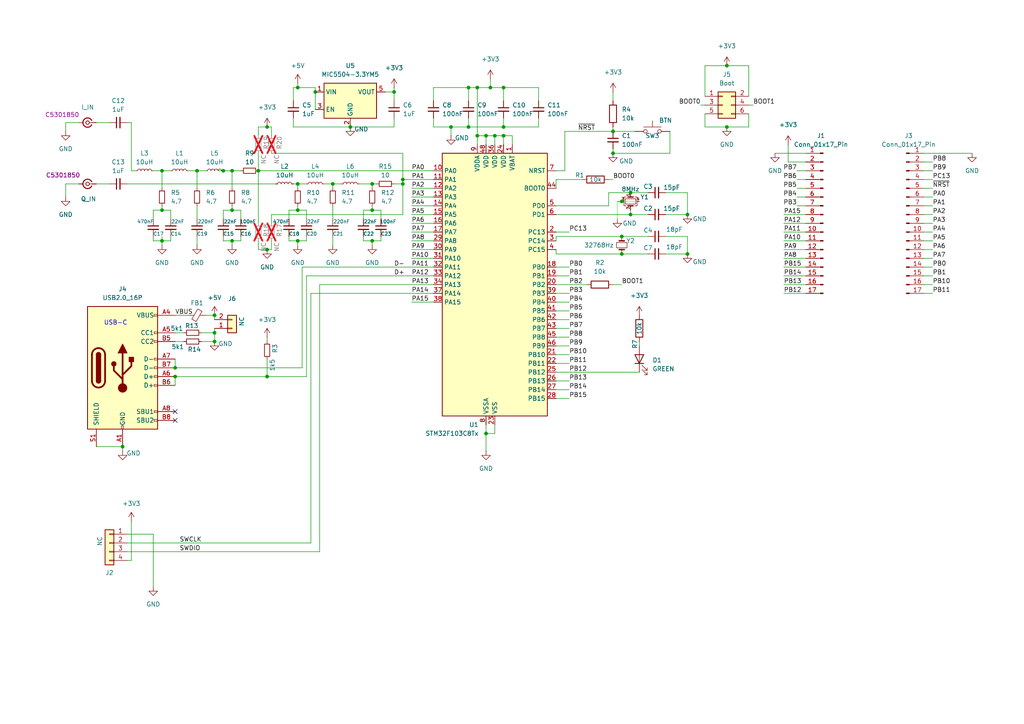
<source format=kicad_sch>
(kicad_sch (version 20250114) (generator "eeschema") (generator_version "9.0")
  (paper "A4")
  (text "USB-C" (at 33.528 93.726 0) (effects (font (size 1.27 1.27))))
  (junction (at 62.23 99.06))
  (junction (at 86.36 69.85))
  (junction (at 77.47 109.22))
  (junction (at 86.36 53.34))
  (junction (at 116.84 52.07))
  (junction (at 116.84 53.34))
  (junction (at 210.82 36.83))
  (junction (at 96.52 53.34))
  (junction (at 180.34 73.66))
  (junction (at 50.8 109.22))
  (junction (at 143.51 39.37))
  (junction (at 67.31 49.53))
  (junction (at 101.6 36.83))
  (junction (at 107.95 69.85))
  (junction (at 146.05 25.4))
  (junction (at 74.93 49.53))
  (junction (at 35.56 129.54))
  (junction (at 64.77 49.53))
  (junction (at 138.43 39.37))
  (junction (at 135.89 25.4))
  (junction (at 114.3 26.67))
  (junction (at 86.36 60.96))
  (junction (at 130.81 36.83))
  (junction (at 50.8 106.68))
  (junction (at 46.99 49.53))
  (junction (at 107.95 53.34))
  (junction (at 46.99 60.96))
  (junction (at 138.43 25.4))
  (junction (at 67.31 69.85))
  (junction (at 91.44 26.67))
  (junction (at 146.05 36.83))
  (junction (at 135.89 36.83))
  (junction (at 142.24 25.4))
  (junction (at 86.36 25.4))
  (junction (at 180.34 58.42))
  (junction (at 46.99 69.85))
  (junction (at 62.23 91.44))
  (junction (at 62.23 96.52))
  (junction (at 140.97 39.37))
  (junction (at 67.31 60.96))
  (junction (at 77.47 72.39))
  (junction (at 77.47 36.83))
  (junction (at 146.05 39.37))
  (junction (at 177.8 38.1))
  (junction (at 199.39 73.66))
  (junction (at 107.95 60.96))
  (junction (at 199.39 62.23))
  (junction (at 57.15 49.53))
  (junction (at 177.8 44.45))
  (junction (at 140.97 125.73))
  (junction (at 180.34 68.58))
  (junction (at 182.88 55.88))
  (junction (at 210.82 19.05))
  (junction (at 182.88 62.23))
  (no_connect (at 50.8 119.38))
  (no_connect (at 50.8 121.92))
  (wire (pts (xy 78.74 72.39) (xy 78.74 69.85)))
  (wire (pts (xy 267.97 80.01) (xy 270.51 80.01)))
  (wire (pts (xy 203.2 30.48) (xy 204.47 30.48)))
  (wire (pts (xy 77.47 72.39) (xy 78.74 72.39)))
  (wire (pts (xy 138.43 25.4) (xy 135.89 25.4)))
  (wire (pts (xy 31.75 53.34) (xy 27.94 53.34)))
  (wire (pts (xy 119.38 72.39) (xy 125.73 72.39)))
  (wire (pts (xy 176.53 52.07) (xy 177.8 52.07)))
  (wire (pts (xy 58.42 99.06) (xy 62.23 99.06)))
  (wire (pts (xy 217.17 19.05) (xy 210.82 19.05)))
  (wire (pts (xy 78.74 39.37) (xy 78.74 36.83)))
  (wire (pts (xy 86.36 24.13) (xy 86.36 25.4)))
  (wire (pts (xy 233.68 52.07) (xy 231.14 52.07)))
  (wire (pts (xy 58.42 96.52) (xy 62.23 96.52)))
  (wire (pts (xy 114.3 36.83) (xy 101.6 36.83)))
  (wire (pts (xy 267.97 72.39) (xy 270.51 72.39)))
  (wire (pts (xy 267.97 67.31) (xy 270.51 67.31)))
  (wire (pts (xy 267.97 46.99) (xy 270.51 46.99)))
  (wire (pts (xy 86.36 53.34) (xy 86.36 54.61)))
  (wire (pts (xy 83.82 69.85) (xy 83.82 68.58)))
  (wire (pts (xy 233.68 49.53) (xy 231.14 49.53)))
  (wire (pts (xy 69.85 69.85) (xy 69.85 68.58)))
  (wire (pts (xy 193.04 62.23) (xy 199.39 62.23)))
  (wire (pts (xy 46.99 69.85) (xy 46.99 71.12)))
  (wire (pts (xy 182.88 62.23) (xy 182.88 60.96)))
  (wire (pts (xy 161.29 90.17) (xy 165.1 90.17)))
  (wire (pts (xy 116.84 52.07) (xy 125.73 52.07)))
  (wire (pts (xy 180.34 58.42) (xy 185.42 58.42)) (stroke (width 0) (color 54 255 62 0.36)))
  (wire (pts (xy 227.33 64.77) (xy 233.68 64.77)))
  (wire (pts (xy 36.83 157.48) (xy 90.17 157.48)))
  (wire (pts (xy 74.93 39.37) (xy 74.93 36.83)))
  (wire (pts (xy 36.83 35.56) (xy 38.1 35.56)))
  (wire (pts (xy 63.5 49.53) (xy 64.77 49.53)))
  (wire (pts (xy 36.83 154.94) (xy 44.45 154.94)))
  (wire (pts (xy 180.34 73.66) (xy 187.96 73.66)))
  (wire (pts (xy 46.99 68.58) (xy 46.99 69.85)))
  (wire (pts (xy 116.84 53.34) (xy 114.3 53.34)))
  (wire (pts (xy 36.83 162.56) (xy 38.1 162.56)))
  (wire (pts (xy 86.36 60.96) (xy 88.9 60.96)))
  (wire (pts (xy 119.38 59.69) (xy 125.73 59.69)))
  (wire (pts (xy 74.93 44.45) (xy 74.93 49.53)))
  (wire (pts (xy 83.82 69.85) (xy 86.36 69.85)))
  (wire (pts (xy 143.51 125.73) (xy 143.51 123.19)))
  (wire (pts (xy 74.93 36.83) (xy 77.47 36.83)))
  (wire (pts (xy 83.82 60.96) (xy 83.82 63.5)))
  (wire (pts (xy 224.79 44.45) (xy 233.68 44.45)))
  (wire (pts (xy 161.29 113.03) (xy 165.1 113.03)))
  (wire (pts (xy 105.41 69.85) (xy 105.41 68.58)))
  (wire (pts (xy 267.97 64.77) (xy 270.51 64.77)))
  (wire (pts (xy 62.23 91.44) (xy 62.23 92.71)))
  (wire (pts (xy 140.97 130.81) (xy 140.97 125.73)))
  (wire (pts (xy 204.47 33.02) (xy 204.47 36.83)))
  (wire (pts (xy 125.73 29.21) (xy 125.73 25.4)))
  (wire (pts (xy 227.33 80.01) (xy 233.68 80.01)))
  (wire (pts (xy 140.97 123.19) (xy 140.97 125.73)))
  (wire (pts (xy 130.81 36.83) (xy 130.81 39.37)))
  (wire (pts (xy 161.29 100.33) (xy 165.1 100.33)))
  (wire (pts (xy 87.63 77.47) (xy 125.73 77.47)))
  (wire (pts (xy 64.77 63.5) (xy 64.77 60.96)))
  (wire (pts (xy 267.97 62.23) (xy 270.51 62.23)))
  (wire (pts (xy 143.51 39.37) (xy 140.97 39.37)))
  (wire (pts (xy 119.38 69.85) (xy 125.73 69.85)))
  (wire (pts (xy 148.59 41.91) (xy 148.59 39.37)))
  (wire (pts (xy 67.31 49.53) (xy 67.31 54.61)))
  (wire (pts (xy 50.8 109.22) (xy 50.8 111.76)))
  (wire (pts (xy 74.93 72.39) (xy 77.47 72.39)))
  (wire (pts (xy 125.73 34.29) (xy 125.73 36.83)))
  (wire (pts (xy 161.29 82.55) (xy 170.18 82.55)))
  (wire (pts (xy 119.38 87.63) (xy 125.73 87.63)))
  (wire (pts (xy 146.05 36.83) (xy 146.05 34.29)))
  (wire (pts (xy 179.07 58.42) (xy 180.34 58.42)) (stroke (width 0) (color 54 255 62 0.36)))
  (wire (pts (xy 179.07 58.42) (xy 180.34 58.42)))
  (wire (pts (xy 156.21 25.4) (xy 146.05 25.4)))
  (wire (pts (xy 86.36 53.34) (xy 88.9 53.34)))
  (wire (pts (xy 85.09 36.83) (xy 101.6 36.83)))
  (wire (pts (xy 88.9 109.22) (xy 88.9 80.01)))
  (wire (pts (xy 44.45 69.85) (xy 46.99 69.85)))
  (wire (pts (xy 85.09 34.29) (xy 85.09 36.83)))
  (wire (pts (xy 182.88 62.23) (xy 187.96 62.23)))
  (wire (pts (xy 233.68 54.61) (xy 231.14 54.61)))
  (wire (pts (xy 193.04 68.58) (xy 199.39 68.58)))
  (wire (pts (xy 105.41 60.96) (xy 107.95 60.96)))
  (wire (pts (xy 204.47 36.83) (xy 210.82 36.83)))
  (wire (pts (xy 161.29 73.66) (xy 180.34 73.66)))
  (wire (pts (xy 83.82 60.96) (xy 86.36 60.96)))
  (wire (pts (xy 69.85 63.5) (xy 69.85 60.96)))
  (wire (pts (xy 46.99 60.96) (xy 49.53 60.96)))
  (wire (pts (xy 210.82 36.83) (xy 217.17 36.83)))
  (wire (pts (xy 107.95 71.12) (xy 107.95 69.85)))
  (wire (pts (xy 77.47 97.79) (xy 77.47 99.06)))
  (wire (pts (xy 231.14 59.69) (xy 233.68 59.69)))
  (wire (pts (xy 87.63 106.68) (xy 87.63 77.47)))
  (wire (pts (xy 187.96 68.58) (xy 180.34 68.58)))
  (wire (pts (xy 140.97 41.91) (xy 140.97 39.37)))
  (wire (pts (xy 227.33 85.09) (xy 233.68 85.09)))
  (wire (pts (xy 44.45 69.85) (xy 44.45 68.58)))
  (wire (pts (xy 96.52 53.34) (xy 99.06 53.34)))
  (wire (pts (xy 227.33 82.55) (xy 233.68 82.55)))
  (wire (pts (xy 163.83 49.53) (xy 161.29 49.53)))
  (wire (pts (xy 161.29 52.07) (xy 161.29 54.61)))
  (wire (pts (xy 67.31 69.85) (xy 69.85 69.85)))
  (wire (pts (xy 86.36 25.4) (xy 91.44 25.4)))
  (wire (pts (xy 161.29 68.58) (xy 180.34 68.58)))
  (wire (pts (xy 142.24 25.4) (xy 138.43 25.4)))
  (wire (pts (xy 182.88 55.88) (xy 187.96 55.88)))
  (wire (pts (xy 46.99 69.85) (xy 49.53 69.85)))
  (wire (pts (xy 92.71 82.55) (xy 125.73 82.55)))
  (wire (pts (xy 267.97 85.09) (xy 270.51 85.09)))
  (wire (pts (xy 228.6 46.99) (xy 233.68 46.99)))
  (wire (pts (xy 177.8 26.67) (xy 177.8 29.21)))
  (wire (pts (xy 50.8 104.14) (xy 50.8 106.68)))
  (wire (pts (xy 67.31 69.85) (xy 64.77 69.85)))
  (wire (pts (xy 161.29 95.25) (xy 165.1 95.25)))
  (wire (pts (xy 161.29 107.95) (xy 185.42 107.95)))
  (wire (pts (xy 96.52 59.69) (xy 96.52 63.5)))
  (wire (pts (xy 227.33 77.47) (xy 233.68 77.47)))
  (wire (pts (xy 67.31 71.12) (xy 67.31 69.85)))
  (wire (pts (xy 185.42 100.33) (xy 185.42 99.06)))
  (wire (pts (xy 50.8 109.22) (xy 77.47 109.22)))
  (wire (pts (xy 57.15 59.69) (xy 57.15 63.5)))
  (wire (pts (xy 138.43 41.91) (xy 138.43 39.37)))
  (wire (pts (xy 77.47 104.14) (xy 77.47 109.22)))
  (wire (pts (xy 146.05 41.91) (xy 146.05 39.37)))
  (wire (pts (xy 119.38 67.31) (xy 125.73 67.31)))
  (wire (pts (xy 210.82 19.05) (xy 204.47 19.05)))
  (wire (pts (xy 116.84 52.07) (xy 116.84 53.34)))
  (wire (pts (xy 199.39 68.58) (xy 199.39 73.66)))
  (wire (pts (xy 57.15 49.53) (xy 59.69 49.53)))
  (wire (pts (xy 44.45 154.94) (xy 44.45 170.18)))
  (wire (pts (xy 161.29 87.63) (xy 165.1 87.63)))
  (wire (pts (xy 184.15 38.1) (xy 177.8 38.1)))
  (wire (pts (xy 85.09 25.4) (xy 86.36 25.4)))
  (wire (pts (xy 67.31 49.53) (xy 69.85 49.53)))
  (wire (pts (xy 193.04 73.66) (xy 199.39 73.66)))
  (wire (pts (xy 199.39 55.88) (xy 199.39 62.23)))
  (wire (pts (xy 74.93 49.53) (xy 125.73 49.53)))
  (wire (pts (xy 177.8 43.18) (xy 177.8 44.45)))
  (wire (pts (xy 57.15 68.58) (xy 57.15 71.12)))
  (wire (pts (xy 146.05 39.37) (xy 143.51 39.37)))
  (wire (pts (xy 86.36 69.85) (xy 88.9 69.85)))
  (wire (pts (xy 227.33 74.93) (xy 233.68 74.93)))
  (wire (pts (xy 104.14 53.34) (xy 107.95 53.34)))
  (wire (pts (xy 92.71 160.02) (xy 92.71 82.55)))
  (wire (pts (xy 125.73 25.4) (xy 135.89 25.4)))
  (wire (pts (xy 44.45 60.96) (xy 44.45 63.5)))
  (wire (pts (xy 88.9 60.96) (xy 88.9 63.5)))
  (wire (pts (xy 107.95 59.69) (xy 107.95 60.96)))
  (wire (pts (xy 90.17 85.09) (xy 125.73 85.09)))
  (wire (pts (xy 77.47 109.22) (xy 88.9 109.22)))
  (wire (pts (xy 67.31 59.69) (xy 67.31 60.96)))
  (wire (pts (xy 267.97 49.53) (xy 270.51 49.53)))
  (wire (pts (xy 165.1 115.57) (xy 161.29 115.57)))
  (wire (pts (xy 161.29 77.47) (xy 165.1 77.47)))
  (wire (pts (xy 161.29 92.71) (xy 165.1 92.71)))
  (wire (pts (xy 19.05 38.1) (xy 19.05 35.56)))
  (wire (pts (xy 46.99 59.69) (xy 46.99 60.96)))
  (wire (pts (xy 93.98 53.34) (xy 96.52 53.34)))
  (wire (pts (xy 161.29 102.87) (xy 165.1 102.87)))
  (wire (pts (xy 96.52 68.58) (xy 96.52 71.12)))
  (wire (pts (xy 31.75 35.56) (xy 27.94 35.56)))
  (wire (pts (xy 177.8 38.1) (xy 177.8 36.83)))
  (wire (pts (xy 44.45 60.96) (xy 46.99 60.96)))
  (wire (pts (xy 78.74 62.23) (xy 116.84 62.23)))
  (wire (pts (xy 107.95 53.34) (xy 107.95 54.61)))
  (wire (pts (xy 140.97 125.73) (xy 143.51 125.73)))
  (wire (pts (xy 114.3 34.29) (xy 114.3 36.83)))
  (wire (pts (xy 119.38 62.23) (xy 125.73 62.23)))
  (wire (pts (xy 110.49 63.5) (xy 110.49 60.96)))
  (wire (pts (xy 46.99 49.53) (xy 46.99 54.61)))
  (wire (pts (xy 50.8 91.44) (xy 54.61 91.44)))
  (wire (pts (xy 107.95 69.85) (xy 105.41 69.85)))
  (wire (pts (xy 179.07 58.42) (xy 179.07 63.5)) (stroke (width 0) (color 54 255 62 0.36)))
  (wire (pts (xy 161.29 105.41) (xy 165.1 105.41)))
  (wire (pts (xy 74.93 49.53) (xy 74.93 64.77)))
  (wire (pts (xy 107.95 69.85) (xy 110.49 69.85)))
  (wire (pts (xy 161.29 97.79) (xy 165.1 97.79)))
  (wire (pts (xy 161.29 52.07) (xy 168.91 52.07)))
  (wire (pts (xy 85.09 29.21) (xy 85.09 25.4)))
  (wire (pts (xy 46.99 49.53) (xy 49.53 49.53)))
  (wire (pts (xy 138.43 39.37) (xy 138.43 25.4)))
  (wire (pts (xy 227.33 67.31) (xy 233.68 67.31)))
  (wire (pts (xy 36.83 160.02) (xy 92.71 160.02)))
  (wire (pts (xy 156.21 29.21) (xy 156.21 25.4)))
  (wire (pts (xy 199.39 55.88) (xy 193.04 55.88)))
  (wire (pts (xy 267.97 77.47) (xy 270.51 77.47)))
  (wire (pts (xy 176.53 55.88) (xy 176.53 59.69)))
  (wire (pts (xy 233.68 57.15) (xy 231.14 57.15)))
  (wire (pts (xy 96.52 53.34) (xy 96.52 54.61)))
  (wire (pts (xy 50.8 96.52) (xy 53.34 96.52)))
  (wire (pts (xy 119.38 57.15) (xy 125.73 57.15)))
  (wire (pts (xy 69.85 60.96) (xy 67.31 60.96)))
  (wire (pts (xy 161.29 68.58) (xy 161.29 69.85)))
  (wire (pts (xy 135.89 36.83) (xy 146.05 36.83)))
  (wire (pts (xy 38.1 35.56) (xy 38.1 49.53)))
  (wire (pts (xy 227.33 69.85) (xy 233.68 69.85)))
  (wire (pts (xy 267.97 74.93) (xy 270.51 74.93)))
  (wire (pts (xy 49.53 60.96) (xy 49.53 63.5)))
  (wire (pts (xy 88.9 68.58) (xy 88.9 69.85)))
  (wire (pts (xy 62.23 95.25) (xy 62.23 96.52)))
  (wire (pts (xy 27.94 129.54) (xy 35.56 129.54)))
  (wire (pts (xy 105.41 63.5) (xy 105.41 60.96)))
  (wire (pts (xy 161.29 67.31) (xy 165.1 67.31)))
  (wire (pts (xy 91.44 25.4) (xy 91.44 26.67)))
  (wire (pts (xy 267.97 57.15) (xy 270.51 57.15)))
  (wire (pts (xy 156.21 36.83) (xy 156.21 34.29)))
  (wire (pts (xy 114.3 25.4) (xy 114.3 26.67)))
  (wire (pts (xy 116.84 62.23) (xy 116.84 53.34)))
  (wire (pts (xy 91.44 26.67) (xy 91.44 31.75)))
  (wire (pts (xy 161.29 110.49) (xy 165.1 110.49)))
  (wire (pts (xy 148.59 39.37) (xy 146.05 39.37)))
  (wire (pts (xy 50.8 106.68) (xy 87.63 106.68)))
  (wire (pts (xy 194.31 44.45) (xy 177.8 44.45)))
  (wire (pts (xy 88.9 80.01) (xy 125.73 80.01)))
  (wire (pts (xy 19.05 57.15) (xy 19.05 53.34)))
  (wire (pts (xy 86.36 59.69) (xy 86.36 60.96)))
  (wire (pts (xy 267.97 52.07) (xy 270.51 52.07)))
  (wire (pts (xy 64.77 49.53) (xy 67.31 49.53)))
  (wire (pts (xy 135.89 29.21) (xy 135.89 25.4)))
  (wire (pts (xy 267.97 82.55) (xy 270.51 82.55)))
  (wire (pts (xy 135.89 36.83) (xy 135.89 34.29)))
  (wire (pts (xy 140.97 39.37) (xy 138.43 39.37)))
  (wire (pts (xy 38.1 162.56) (xy 38.1 151.13)))
  (wire (pts (xy 267.97 44.45) (xy 281.94 44.45)))
  (wire (pts (xy 116.84 44.45) (xy 116.84 52.07)))
  (wire (pts (xy 86.36 71.12) (xy 86.36 69.85)))
  (wire (pts (xy 130.81 36.83) (xy 135.89 36.83)))
  (wire (pts (xy 110.49 60.96) (xy 107.95 60.96)))
  (wire (pts (xy 59.69 91.44) (xy 62.23 91.44)))
  (wire (pts (xy 125.73 36.83) (xy 130.81 36.83)))
  (wire (pts (xy 50.8 99.06) (xy 53.34 99.06)))
  (wire (pts (xy 107.95 53.34) (xy 109.22 53.34)))
  (wire (pts (xy 146.05 25.4) (xy 142.24 25.4)))
  (wire (pts (xy 161.29 85.09) (xy 165.1 85.09)))
  (wire (pts (xy 267.97 54.61) (xy 270.51 54.61)))
  (wire (pts (xy 119.38 64.77) (xy 125.73 64.77)))
  (wire (pts (xy 35.56 129.54) (xy 35.56 130.81)))
  (wire (pts (xy 142.24 22.86) (xy 142.24 25.4)))
  (wire (pts (xy 267.97 59.69) (xy 270.51 59.69)))
  (wire (pts (xy 64.77 69.85) (xy 64.77 68.58)))
  (wire (pts (xy 111.76 26.67) (xy 114.3 26.67)))
  (wire (pts (xy 176.53 55.88) (xy 182.88 55.88)))
  (wire (pts (xy 161.29 73.66) (xy 161.29 72.39)))
  (wire (pts (xy 217.17 30.48) (xy 218.44 30.48)))
  (wire (pts (xy 78.74 36.83) (xy 77.47 36.83)))
  (wire (pts (xy 114.3 29.21) (xy 114.3 26.67)))
  (wire (pts (xy 161.29 80.01) (xy 165.1 80.01)))
  (wire (pts (xy 36.83 53.34) (xy 80.01 53.34)))
  (wire (pts (xy 44.45 49.53) (xy 46.99 49.53)))
  (wire (pts (xy 49.53 68.58) (xy 49.53 69.85)))
  (wire (pts (xy 38.1 49.53) (xy 39.37 49.53)))
  (wire (pts (xy 78.74 44.45) (xy 116.84 44.45)))
  (wire (pts (xy 62.23 96.52) (xy 62.23 99.06)))
  (wire (pts (xy 90.17 157.48) (xy 90.17 85.09)))
  (wire (pts (xy 19.05 35.56) (xy 22.86 35.56)))
  (wire (pts (xy 217.17 36.83) (xy 217.17 33.02)))
  (wire (pts (xy 227.33 72.39) (xy 233.68 72.39)))
  (wire (pts (xy 143.51 41.91) (xy 143.51 39.37)))
  (wire (pts (xy 146.05 25.4) (xy 146.05 29.21)))
  (wire (pts (xy 204.47 19.05) (xy 204.47 27.94)))
  (wire (pts (xy 78.74 64.77) (xy 78.74 62.23)))
  (wire (pts (xy 217.17 27.94) (xy 217.17 19.05)))
  (wire (pts (xy 146.05 36.83) (xy 156.21 36.83)))
  (wire (pts (xy 227.33 62.23) (xy 233.68 62.23)))
  (wire (pts (xy 161.29 59.69) (xy 176.53 59.69)))
  (wire (pts (xy 110.49 69.85) (xy 110.49 68.58)))
  (wire (pts (xy 163.83 38.1) (xy 177.8 38.1)))
  (wire (pts (xy 119.38 74.93) (xy 125.73 74.93)))
  (wire (pts (xy 177.8 82.55) (xy 180.34 82.55)))
  (wire (pts (xy 64.77 60.96) (xy 67.31 60.96)))
  (wire (pts (xy 74.93 69.85) (xy 74.93 72.39)))
  (wire (pts (xy 163.83 38.1) (xy 163.83 49.53)))
  (wire (pts (xy 85.09 53.34) (xy 86.36 53.34)))
  (wire (pts (xy 161.29 62.23) (xy 182.88 62.23)))
  (wire (pts (xy 57.15 49.53) (xy 57.15 54.61)))
  (wire (pts (xy 267.97 69.85) (xy 270.51 69.85)))
  (wire (pts (xy 194.31 38.1) (xy 194.31 44.45)))
  (wire (pts (xy 228.6 46.99) (xy 228.6 41.91)))
  (wire (pts (xy 19.05 53.34) (xy 22.86 53.34)))
  (wire (pts (xy 119.38 54.61) (xy 125.73 54.61)))
  (wire (pts (xy 54.61 49.53) (xy 57.15 49.53)))
  (label "PB9" (at 165.1 100.33 0))
  (label "PC13" (at 165.1 67.31 0))
  (label "PB0" (at 165.1 77.47 0))
  (label "PA11" (at 119.38 77.47 0))
  (label "PA12" (at 227.33 64.77 0))
  (label "PB6" (at 165.1 92.71 0))
  (label "PA8" (at 227.33 74.93 0))
  (label "PB8" (at 270.51 46.99 0))
  (label "PA15" (at 119.38 87.63 0))
  (label "PB8" (at 165.1 97.79 0))
  (label "PA10" (at 119.38 74.93 0))
  (label "~{NRST}" (at 167.64 38.1 0))
  (label "PB0" (at 270.51 77.47 0))
  (label "VBUS" (at 50.8 91.44 0))
  (label "PB12" (at 227.33 85.09 0))
  (label "D+" (at 114.3 80.01 0))
  (label "PA10" (at 227.33 69.85 0))
  (label "PA5" (at 270.51 69.85 0))
  (label "PB15" (at 165.1 115.57 0))
  (label "~{NRST}" (at 270.51 54.61 0))
  (label "BOOT0" (at 177.8 52.07 0))
  (label "BOOT1" (at 180.34 82.55 0))
  (label "PA0" (at 270.51 57.15 0))
  (label "PA2" (at 119.38 54.61 0))
  (label "PA8" (at 119.38 69.85 0))
  (label "PA1" (at 270.51 59.69 0))
  (label "PB14" (at 165.1 113.03 0))
  (label "PA7" (at 270.51 74.93 0))
  (label "PA3" (at 270.51 64.77 0))
  (label "PA4" (at 119.38 59.69 0))
  (label "D-" (at 114.3 77.47 0))
  (label "PB2" (at 165.1 82.55 0))
  (label "PA12" (at 119.38 80.01 0))
  (label "PB11" (at 165.1 105.41 0))
  (label "PB5" (at 165.1 90.17 0))
  (label "PB4" (at 165.1 87.63 0))
  (label "PB1" (at 270.51 80.01 0))
  (label "PB12" (at 165.1 107.95 0))
  (label "PB10" (at 165.1 102.87 0))
  (label "PB13" (at 165.1 110.49 0))
  (label "BOOT0" (at 203.2 30.48 180))
  (label "PB1" (at 165.1 80.01 0))
  (label "PA2" (at 270.51 62.23 0))
  (label "PA9" (at 227.33 72.39 0))
  (label "PB13" (at 227.33 82.55 0))
  (label "PB15" (at 227.33 77.47 0))
  (label "PA6" (at 119.38 64.77 0))
  (label "SWCLK" (at 52.07 157.48 0))
  (label "PB11" (at 270.51 85.09 0))
  (label "PB3" (at 231.14 59.69 180))
  (label "PA11" (at 227.33 67.31 0))
  (label "PA4" (at 270.51 67.31 0))
  (label "PA7" (at 119.38 67.31 0))
  (label "PB6" (at 231.14 52.07 180))
  (label "PA5" (at 119.38 62.23 0))
  (label "PA15" (at 227.33 62.23 0))
  (label "PB7" (at 165.1 95.25 0))
  (label "PA9" (at 119.38 72.39 0))
  (label "PB3" (at 165.1 85.09 0))
  (label "PB10" (at 270.51 82.55 0))
  (label "PB9" (at 270.51 49.53 0))
  (label "PA0" (at 119.38 49.53 0))
  (label "PB4" (at 231.14 57.15 180))
  (label "PA13" (at 119.38 82.55 0))
  (label "SWDIO" (at 52.07 160.02 0))
  (label "PB5" (at 231.14 54.61 180))
  (label "PB14" (at 227.33 80.01 0))
  (label "PA6" (at 270.51 72.39 0))
  (label "PA3" (at 119.38 57.15 0))
  (label "BOOT1" (at 218.44 30.48 0))
  (label "PA14" (at 119.38 85.09 0))
  (label "PA1" (at 119.38 52.07 0))
  (label "PC13" (at 270.51 52.07 0))
  (label "PB7" (at 231.14 49.53 180))
  (symbol (lib_id "Connector:Conn_Coaxial_Small") (at 25.4 35.56 180) (unit 1)
    (property "Reference" "J20" (effects (hide yes)))
    (property "Value" "I_IN" (at 25.418 31.11 0))
    (property "Footprint" "Connector_Coaxial:SMA_Samtec_SMA-J-P-H-ST-EM1_EdgeMount" (effects (hide yes)))
    (property "Description" "small coaxial connector (BNC, SMA, SMB, SMC, Cinch/RCA, LEMO, ...)" (effects (hide yes)))
    (property "LCSC" "C5301850" (at 18.034 33.274 0))
  )
  (symbol (lib_id "Connector:Conn_Coaxial_Small") (at 25.4 53.34 180) (unit 1)
    (property "Reference" "J21" (effects (hide yes)))
    (property "Value" "Q_IN" (at 25.672 57.714 0))
    (property "Footprint" "Connector_Coaxial:SMA_Samtec_SMA-J-P-H-ST-EM1_EdgeMount" (effects (hide yes)))
    (property "Description" "small coaxial connector (BNC, SMA, SMB, SMC, Cinch/RCA, LEMO, ...)" (effects (hide yes)))
    (property "LCSC" "C5301850" (at 18.288 50.8 0))
  )
  (symbol (lib_id "Device:C_Small") (at 96.52 66.04 0) (unit 1)
    (property "Reference" "C21" (at 98.044 67.818 0) (effects (font (size 1 1))))
    (property "Value" "220nF" (at 99.06 64.262 0) (effects (font (size 1 1))))
    (property "Footprint" "Capacitor_SMD:C_0402_1005Metric" (effects (hide yes)))
    (property "Description" "Unpolarized capacitor, small symbol" (effects (hide yes)))
    (property "LCSC" "C16772" (effects (hide yes)))
  )
  (symbol (lib_id "Device:C_Small") (at 85.09 31.75 0) (unit 1)
    (property "Reference" "C5" (at 87.63 30.4862 0) (effects (justify left)))
    (property "Value" "1uF" (at 87.63 33.0262 0) (effects (justify left)))
    (property "Footprint" "Capacitor_SMD:C_0805_2012Metric" (effects (hide yes)))
    (property "LCSC" "C28323" (effects (hide yes)))
  )
  (symbol (lib_id "Device:R") (at 173.99 82.55 270) (unit 1)
    (property "Reference" "R2" (at 173.99 76.2 90))
    (property "Value" "10k" (at 173.99 78.74 90))
    (property "Footprint" "Resistor_SMD:R_0402_1005Metric" (effects (hide yes)))
    (property "Description" "Resistor" (effects (hide yes)))
    (property "LCSC" "C25744" (effects (hide yes)))
  )
  (symbol (lib_id "Connector:Conn_01x17_Pin") (at 238.76 64.77 0) (mirror y) (unit 1)
    (property "Reference" "J1" (at 238.125 39.37 0))
    (property "Value" "Conn_01x17_Pin" (at 238.125 41.91 0))
    (property "Footprint" "Connector_PinHeader_2.54mm:PinHeader_1x17_P2.54mm_Vertical" (effects (hide yes)))
    (property "Description" "Generic connector, single row, 01x17, script generated" (effects (hide yes)))
  )
  (symbol (lib_id "power:GND") (at 101.6 36.83 0) (unit 1)
    (property "Reference" "#PWR0127" (effects (hide yes)))
    (property "Value" "GND" (at 104.775 37.465 0))
  )
  (symbol (lib_id "power:+5V") (at 62.23 91.44 0) (unit 1)
    (property "Reference" "#PWR05" (effects (hide yes)))
    (property "Value" "+5V" (at 62.23 86.36 0))
    (property "Description" "Power symbol creates a global label with name \"+5V\"" (effects (hide yes)))
  )
  (symbol (lib_id "Device:C_Small") (at 190.5 55.88 90) (unit 1)
    (property "Reference" "C3" (at 187.96 54.102 90))
    (property "Value" "15pF" (at 194.818 54.356 90))
    (property "Footprint" "Capacitor_SMD:C_0402_1005Metric" (effects (hide yes)))
    (property "Description" "Unpolarized capacitor, small symbol" (effects (hide yes)))
    (property "LCSC" "C1548" (effects (hide yes)))
  )
  (symbol (lib_name "R_Small_1") (lib_id "Device:R_Small") (at 111.76 53.34 270) (unit 1)
    (property "Reference" "R15" (at 111.76 48.26 90))
    (property "Value" "10" (at 111.76 50.8 90))
    (property "Footprint" "Resistor_SMD:R_0603_1608Metric" (effects (hide yes)))
    (property "Description" "Resistor, small symbol" (effects (hide yes)))
    (property "LCSC" "C22859" (effects (hide yes)))
  )
  (symbol (lib_id "Device:L_Small") (at 62.23 49.53 90) (unit 1)
    (property "Reference" "L5" (at 62.23 44.45 90))
    (property "Value" "10uH" (at 62.23 46.99 90))
    (property "Footprint" "Inductor_SMD:L_0805_2012Metric" (effects (hide yes)))
    (property "Description" "Inductor, small symbol" (effects (hide yes)))
    (property "LCSC" "C1046" (effects (hide yes)))
  )
  (symbol (lib_id "power:+3V3") (at 185.42 91.44 0) (unit 1)
    (property "Reference" "#PWR023" (effects (hide yes)))
    (property "Value" "+3V3" (at 185.42 85.725 0))
  )
  (symbol (lib_id "Device:C_Small") (at 88.9 66.04 0) (unit 1)
    (property "Reference" "C20" (at 90.424 67.818 0) (effects (font (size 1 1))))
    (property "Value" "22nF" (at 90.932 64.262 0) (effects (font (size 1 1))))
    (property "Footprint" "Capacitor_SMD:C_0402_1005Metric" (effects (hide yes)))
    (property "Description" "Unpolarized capacitor, small symbol" (effects (hide yes)))
    (property "LCSC" "C1532" (effects (hide yes)))
  )
  (symbol (lib_id "power:GND") (at 107.95 71.12 0) (unit 1)
    (property "Reference" "#PWR028" (effects (hide yes)))
    (property "Value" "GND" (at 107.95 76.2 0))
    (property "Description" "Power symbol creates a global label with name \"GND\" , ground" (effects (hide yes)))
  )
  (symbol (lib_id "Regulator_Linear:MIC5504-3.3YM5") (at 101.6 29.21 0) (unit 1)
    (property "Reference" "U5" (at 101.6 19.05 0))
    (property "Value" "MIC5504-3.3YM5" (at 101.6 21.59 0))
    (property "Footprint" "Package_TO_SOT_SMD:SOT-23-5" (effects (hide yes)))
    (property "Datasheet" "http://ww1.microchip.com/downloads/en/DeviceDoc/MIC550X.pdf" (effects (hide yes)))
    (property "LCSC" "C3021093" (effects (hide yes)))
  )
  (symbol (lib_id "power:GND") (at 199.39 73.66 0) (unit 1)
    (property "Reference" "#PWR013" (effects (hide yes)))
    (property "Value" "GND" (at 202.946 75.946 0))
    (property "Description" "Power symbol creates a global label with name \"GND\" , ground" (effects (hide yes)))
  )
  (symbol (lib_id "Device:R_Small") (at 55.88 99.06 90) (unit 1)
    (property "Reference" "R14" (at 56.388 101.346 90))
    (property "Value" "5k1" (at 51.562 100.584 90))
    (property "Footprint" "Resistor_SMD:R_0402_1005Metric" (effects (hide yes)))
    (property "Description" "Resistor, small symbol" (effects (hide yes)))
    (property "LCSC" "C25905 " (effects (hide yes)))
  )
  (symbol (lib_id "power:GND") (at 130.81 39.37 0) (unit 1)
    (property "Reference" "#PWR021" (effects (hide yes)))
    (property "Value" "GND" (at 133.985 40.005 0))
  )
  (symbol (lib_name "R_Small_1") (lib_id "Device:R_Small") (at 107.95 57.15 180) (unit 1)
    (property "Reference" "R12" (at 110.49 55.8799 0) (effects (justify right)))
    (property "Value" "4.7" (at 110.49 58.4199 0) (effects (justify right)))
    (property "Footprint" "Resistor_SMD:R_0603_1608Metric" (effects (hide yes)))
    (property "Description" "Resistor, small symbol" (effects (hide yes)))
    (property "LCSC" "C23164" (effects (hide yes)))
  )
  (symbol (lib_id "MCU_ST_STM32F1:STM32F103C8Tx") (at 143.51 82.55 0) (mirror y) (unit 1)
    (property "Reference" "U1" (at 138.8267 123.19 0) (effects (justify left)))
    (property "Value" "STM32F103C8Tx" (at 138.8267 125.73 0) (effects (justify left)))
    (property "Footprint" "Package_QFP:LQFP-48_7x7mm_P0.5mm" (effects (hide yes)))
    (property "Datasheet" "https://www.st.com/resource/en/datasheet/stm32f103c8.pdf" (effects (hide yes)))
    (property "Description" "STMicroelectronics Arm Cortex-M3 MCU, 64KB flash, 20KB RAM, 72 MHz, 2.0-3.6V, 37 GPIO, LQFP48" (effects (hide yes)))
    (property "LCSC" "C8734" (effects (hide yes)))
  )
  (symbol (lib_id "power:GND") (at 46.99 71.12 0) (unit 1)
    (property "Reference" "#PWR019" (effects (hide yes)))
    (property "Value" "GND" (at 46.99 76.2 0))
    (property "Description" "Power symbol creates a global label with name \"GND\" , ground" (effects (hide yes)))
  )
  (symbol (lib_id "Connector_Generic:Conn_02x03_Odd_Even") (at 209.55 30.48 0) (unit 1)
    (property "Reference" "J5" (at 210.82 21.59 0))
    (property "Value" "Boot" (at 210.82 24.13 0))
    (property "Footprint" "Connector_PinHeader_2.54mm:PinHeader_2x03_P2.54mm_Vertical" (effects (hide yes)))
    (property "Description" "Generic connector, double row, 02x03, odd/even pin numbering scheme (row 1 odd numbers, row 2 even numbers), script generated (kicad-library-utils/schlib/autogen/connector/)" (effects (hide yes)))
  )
  (symbol (lib_id "Device:R") (at 185.42 95.25 0) (unit 1)
    (property "Reference" "R7" (at 184.15 99.822 90))
    (property "Value" "10k" (at 185.42 95.25 90))
    (property "Footprint" "Resistor_SMD:R_0402_1005Metric" (effects (hide yes)))
    (property "Description" "Resistor" (effects (hide yes)))
    (property "LCSC" "C25744" (effects (hide yes)))
  )
  (symbol (lib_name "R_Small_1") (lib_id "Device:R_Small") (at 86.36 57.15 180) (unit 1)
    (property "Reference" "R10" (at 88.9 55.8799 0) (effects (justify right)))
    (property "Value" "4.7" (at 88.9 58.4199 0) (effects (justify right)))
    (property "Footprint" "Resistor_SMD:R_0603_1608Metric" (effects (hide yes)))
    (property "Description" "Resistor, small symbol" (effects (hide yes)))
    (property "LCSC" "C23164" (effects (hide yes)))
  )
  (symbol (lib_id "Device:C_Small") (at 44.45 66.04 0) (unit 1)
    (property "Reference" "C17" (at 45.974 67.818 0) (effects (font (size 1 1))))
    (property "Value" "470nF" (at 42.164 64.262 0) (effects (font (size 1 1))))
    (property "Footprint" "Capacitor_SMD:C_0603_1608Metric" (effects (hide yes)))
    (property "Description" "Unpolarized capacitor, small symbol" (effects (hide yes)))
    (property "LCSC" "C1623" (effects (hide yes)))
  )
  (symbol (lib_id "power:GND") (at 19.05 38.1 0) (unit 1)
    (property "Reference" "#PWR010" (effects (hide yes)))
    (property "Value" "GND" (at 19.05 43.18 0))
    (property "Description" "Power symbol creates a global label with name \"GND\" , ground" (effects (hide yes)))
  )
  (symbol (lib_id "power:GND") (at 224.79 44.45 0) (unit 1)
    (property "Reference" "#PWR015" (effects (hide yes)))
    (property "Value" "GND" (at 224.79 49.53 0))
    (property "Description" "Power symbol creates a global label with name \"GND\" , ground" (effects (hide yes)))
  )
  (symbol (lib_id "Device:C_Small") (at 146.05 31.75 0) (unit 1)
    (property "Reference" "C10" (at 148.59 30.4862 0) (effects (justify left)))
    (property "Value" "100nF" (at 148.59 33.0262 0) (effects (justify left)))
    (property "Footprint" "Capacitor_SMD:C_0402_1005Metric" (effects (hide yes)))
    (property "Description" "Unpolarized capacitor, small symbol" (effects (hide yes)))
    (property "LCSC" "C307331" (effects (hide yes)))
  )
  (symbol (lib_id "Device:C_Small") (at 69.85 66.04 0) (unit 1)
    (property "Reference" "C16" (at 71.374 67.818 0) (effects (font (size 1 1))))
    (property "Value" "100nF" (at 71.882 64.262 0) (effects (font (size 1 1))))
    (property "Footprint" "Capacitor_SMD:C_0402_1005Metric" (effects (hide yes)))
    (property "Description" "Unpolarized capacitor, small symbol" (effects (hide yes)))
    (property "LCSC" "C307331" (effects (hide yes)))
  )
  (symbol (lib_id "power:+5V") (at 86.36 24.13 0) (unit 1)
    (property "Reference" "#PWR0122" (effects (hide yes)))
    (property "Value" "+5V" (at 86.36 19.05 0))
  )
  (symbol (lib_id "power:GND") (at 57.15 71.12 0) (unit 1)
    (property "Reference" "#PWR025" (effects (hide yes)))
    (property "Value" "GND" (at 57.15 76.2 0))
    (property "Description" "Power symbol creates a global label with name \"GND\" , ground" (effects (hide yes)))
  )
  (symbol (lib_id "power:+3V3") (at 38.1 151.13 0) (unit 1)
    (property "Reference" "#PWR03" (effects (hide yes)))
    (property "Value" "+3V3" (at 38.1 146.05 0))
    (property "Description" "Power symbol creates a global label with name \"+3V3\"" (effects (hide yes)))
  )
  (symbol (lib_id "power:GND") (at 19.05 57.15 0) (unit 1)
    (property "Reference" "#PWR09" (effects (hide yes)))
    (property "Value" "GND" (at 19.05 62.23 0))
    (property "Description" "Power symbol creates a global label with name \"GND\" , ground" (effects (hide yes)))
  )
  (symbol (lib_id "Device:C_Small") (at 190.5 62.23 90) (unit 1)
    (property "Reference" "C2" (at 187.96 60.452 90))
    (property "Value" "15pF" (at 194.818 60.452 90))
    (property "Footprint" "Capacitor_SMD:C_0402_1005Metric" (effects (hide yes)))
    (property "Description" "Unpolarized capacitor, small symbol" (effects (hide yes)))
    (property "LCSC" "C1548" (effects (hide yes)))
  )
  (symbol (lib_id "power:+3V3") (at 210.82 19.05 0) (unit 1)
    (property "Reference" "#PWR017" (effects (hide yes)))
    (property "Value" "+3V3" (at 210.82 13.335 0))
  )
  (symbol (lib_name "R_Small_1") (lib_id "Device:R_Small") (at 72.39 49.53 270) (unit 1)
    (property "Reference" "R9" (at 72.39 44.45 90))
    (property "Value" "10" (at 72.39 46.99 90))
    (property "Footprint" "Resistor_SMD:R_0603_1608Metric" (effects (hide yes)))
    (property "Description" "Resistor, small symbol" (effects (hide yes)))
    (property "LCSC" "C22859" (effects (hide yes)))
  )
  (symbol (lib_name "R_Small_1") (lib_id "Device:R_Small") (at 96.52 57.15 180) (unit 1)
    (property "Reference" "R11" (at 99.06 55.8799 0) (effects (justify right)))
    (property "Value" "4.7" (at 99.06 58.4199 0) (effects (justify right)))
    (property "Footprint" "Resistor_SMD:R_0603_1608Metric" (effects (hide yes)))
    (property "Description" "Resistor, small symbol" (effects (hide yes)))
    (property "LCSC" "C23164" (effects (hide yes)))
  )
  (symbol (lib_id "power:GND") (at 210.82 36.83 0) (unit 1)
    (property "Reference" "#PWR018" (effects (hide yes)))
    (property "Value" "GND" (at 210.82 41.91 0))
    (property "Description" "Power symbol creates a global label with name \"GND\" , ground" (effects (hide yes)))
  )
  (symbol (lib_id "power:GND") (at 199.39 62.23 0) (unit 1)
    (property "Reference" "#PWR012" (effects (hide yes)))
    (property "Value" "GND" (at 202.946 63.5 0))
    (property "Description" "Power symbol creates a global label with name \"GND\" , ground" (effects (hide yes)))
  )
  (symbol (lib_id "Device:L_Small") (at 82.55 53.34 90) (unit 1)
    (property "Reference" "L2" (at 82.55 48.26 90))
    (property "Value" "10uH" (at 82.55 50.8 90))
    (property "Footprint" "Inductor_SMD:L_0805_2012Metric" (effects (hide yes)))
    (property "Description" "Inductor, small symbol" (effects (hide yes)))
    (property "LCSC" "C1046" (effects (hide yes)))
  )
  (symbol (lib_id "Device:C_Small") (at 64.77 66.04 0) (unit 1)
    (property "Reference" "C15" (at 66.294 67.818 0) (effects (font (size 1 1))))
    (property "Value" "22nF" (at 66.802 64.262 0) (effects (font (size 1 1))))
    (property "Footprint" "Capacitor_SMD:C_0402_1005Metric" (effects (hide yes)))
    (property "Description" "Unpolarized capacitor, small symbol" (effects (hide yes)))
    (property "LCSC" "C1532" (effects (hide yes)))
  )
  (symbol (lib_id "Device:C_Small") (at 83.82 66.04 0) (unit 1)
    (property "Reference" "C18" (at 85.344 67.818 0) (effects (font (size 1 1))))
    (property "Value" "470nF" (at 81.534 64.262 0) (effects (font (size 1 1))))
    (property "Footprint" "Capacitor_SMD:C_0603_1608Metric" (effects (hide yes)))
    (property "Description" "Unpolarized capacitor, small symbol" (effects (hide yes)))
    (property "LCSC" "C1623" (effects (hide yes)))
  )
  (symbol (lib_id "power:GND") (at 140.97 130.81 0) (unit 1)
    (property "Reference" "#PWR01" (effects (hide yes)))
    (property "Value" "GND" (at 140.97 135.89 0))
    (property "Description" "Power symbol creates a global label with name \"GND\" , ground" (effects (hide yes)))
  )
  (symbol (lib_id "Connector_Generic:Conn_01x02") (at 67.31 95.25 0) (mirror x) (unit 1)
    (property "Reference" "J6" (at 67.31 86.614 0))
    (property "Value" "NC" (at 70.104 93.218 90))
    (property "Footprint" "Connector_PinHeader_2.54mm:PinHeader_1x02_P2.54mm_Vertical" (effects (hide yes)))
    (property "Description" "Generic connector, single row, 01x02, script generated (kicad-library-utils/schlib/autogen/connector/)" (effects (hide yes)))
  )
  (symbol (lib_name "R_Small_1") (lib_id "Device:R_Small") (at 46.99 57.15 180) (unit 1)
    (property "Reference" "R5" (at 49.53 55.8799 0) (effects (justify right)))
    (property "Value" "4.7" (at 49.53 58.4199 0) (effects (justify right)))
    (property "Footprint" "Resistor_SMD:R_0603_1608Metric" (effects (hide yes)))
    (property "Description" "Resistor, small symbol" (effects (hide yes)))
    (property "LCSC" "C23164" (effects (hide yes)))
  )
  (symbol (lib_id "Device:R_Small") (at 74.93 67.31 180) (unit 1) (dnp yes)
    (property "Reference" "R18" (at 77.216 66.802 90))
    (property "Value" "NC" (at 76.454 71.628 90))
    (property "Footprint" "Resistor_SMD:R_0402_1005Metric" (effects (hide yes)))
    (property "Description" "Resistor, small symbol" (effects (hide yes)))
    (property "LCSC" "C25867" (effects (hide yes)))
  )
  (symbol (lib_id "Device:L_Small") (at 91.44 53.34 90) (unit 1)
    (property "Reference" "L4" (at 91.44 48.26 90))
    (property "Value" "10uH" (at 91.44 50.8 90))
    (property "Footprint" "Inductor_SMD:L_0805_2012Metric" (effects (hide yes)))
    (property "Description" "Inductor, small symbol" (effects (hide yes)))
    (property "LCSC" "C1046" (effects (hide yes)))
  )
  (symbol (lib_id "Device:LED") (at 185.42 104.14 90) (unit 1)
    (property "Reference" "D1" (at 189.23 104.4574 90) (effects (justify right)))
    (property "Value" "GREEN" (at 189.23 106.9974 90) (effects (justify right)))
    (property "Footprint" "LED_SMD:LED_0805_2012Metric" (effects (hide yes)))
    (property "Description" "Light emitting diode" (effects (hide yes)))
    (property "Sim.Pins" "1=K 2=A" (effects (hide yes)))
    (property "LCSC" "C2297" (effects (hide yes)))
  )
  (symbol (lib_id "power:+3V3") (at 228.6 41.91 0) (unit 1)
    (property "Reference" "#PWR011" (effects (hide yes)))
    (property "Value" "+3V3" (at 228.6 36.195 0))
  )
  (symbol (lib_id "Device:R") (at 177.8 33.02 180) (unit 1)
    (property "Reference" "R4" (at 180.34 31.7499 0) (effects (justify right)))
    (property "Value" "10k" (at 180.34 34.2899 0) (effects (justify right)))
    (property "Footprint" "Resistor_SMD:R_0402_1005Metric" (effects (hide yes)))
    (property "Description" "Resistor" (effects (hide yes)))
    (property "LCSC" "C25744" (effects (hide yes)))
  )
  (symbol (lib_id "power:GND") (at 86.36 71.12 0) (unit 1)
    (property "Reference" "#PWR026" (effects (hide yes)))
    (property "Value" "GND" (at 86.36 76.2 0))
    (property "Description" "Power symbol creates a global label with name \"GND\" , ground" (effects (hide yes)))
  )
  (symbol (lib_id "Device:L_Small") (at 41.91 49.53 90) (unit 1)
    (property "Reference" "L3" (at 41.91 44.45 90))
    (property "Value" "10uH" (at 41.91 46.99 90))
    (property "Footprint" "Inductor_SMD:L_0805_2012Metric" (effects (hide yes)))
    (property "Description" "Inductor, small symbol" (effects (hide yes)))
    (property "LCSC" "C1046" (effects (hide yes)))
  )
  (symbol (lib_id "power:GND") (at 44.45 170.18 0) (unit 1)
    (property "Reference" "#PWR02" (effects (hide yes)))
    (property "Value" "GND" (at 44.45 175.26 0))
    (property "Description" "Power symbol creates a global label with name \"GND\" , ground" (effects (hide yes)))
  )
  (symbol (lib_id "power:+3V3") (at 77.47 97.79 0) (unit 1)
    (property "Reference" "#PWR014" (effects (hide yes)))
    (property "Value" "+3V3" (at 77.47 92.71 0))
    (property "Description" "Power symbol creates a global label with name \"+3V3\"" (effects (hide yes)))
  )
  (symbol (lib_id "power:GND") (at 77.47 72.39 0) (unit 1)
    (property "Reference" "#PWR029" (effects (hide yes)))
    (property "Value" "GND" (at 77.47 77.47 0))
    (property "Description" "Power symbol creates a global label with name \"GND\" , ground" (effects (hide yes)))
  )
  (symbol (lib_id "Device:R_Small") (at 74.93 41.91 180) (unit 1) (dnp yes)
    (property "Reference" "R19" (at 77.216 41.402 90))
    (property "Value" "NC" (at 76.454 46.228 90))
    (property "Footprint" "Resistor_SMD:R_0402_1005Metric" (effects (hide yes)))
    (property "Description" "Resistor, small symbol" (effects (hide yes)))
    (property "LCSC" "C25867" (effects (hide yes)))
  )
  (symbol (lib_id "Device:C_Small") (at 57.15 66.04 0) (unit 1)
    (property "Reference" "C19" (at 58.674 67.818 0) (effects (font (size 1 1))))
    (property "Value" "220nF" (at 59.69 64.262 0) (effects (font (size 1 1))))
    (property "Footprint" "Capacitor_SMD:C_0402_1005Metric" (effects (hide yes)))
    (property "Description" "Unpolarized capacitor, small symbol" (effects (hide yes)))
    (property "LCSC" "C16772" (effects (hide yes)))
  )
  (symbol (lib_id "Connector_Generic:Conn_01x04") (at 31.75 157.48 0) (mirror y) (unit 1)
    (property "Reference" "J2" (at 31.75 166.116 0))
    (property "Value" "NC" (at 28.956 156.972 90))
    (property "Footprint" "Connector_PinHeader_2.54mm:PinHeader_1x04_P2.54mm_Vertical" (effects (hide yes)))
    (property "Description" "Generic connector, single row, 01x04, script generated (kicad-library-utils/schlib/autogen/connector/)" (effects (hide yes)))
  )
  (symbol (lib_id "Device:R_Small") (at 78.74 67.31 180) (unit 1) (dnp yes)
    (property "Reference" "R17" (at 81.026 66.802 90))
    (property "Value" "NC" (at 80.264 71.628 90))
    (property "Footprint" "Resistor_SMD:R_0402_1005Metric" (effects (hide yes)))
    (property "Description" "Resistor, small symbol" (effects (hide yes)))
    (property "LCSC" "C25867" (effects (hide yes)))
  )
  (symbol (lib_id "Device:L_Small") (at 52.07 49.53 90) (unit 1)
    (property "Reference" "L1" (at 52.07 44.45 90))
    (property "Value" "10uH" (at 52.07 46.99 90))
    (property "Footprint" "Inductor_SMD:L_0805_2012Metric" (effects (hide yes)))
    (property "Description" "Inductor, small symbol" (effects (hide yes)))
    (property "LCSC" "C1046" (effects (hide yes)))
  )
  (symbol (lib_id "power:GND") (at 62.23 99.06 0) (unit 1)
    (property "Reference" "#PWR06" (effects (hide yes)))
    (property "Value" "GND" (at 65.405 99.695 0))
    (property "Description" "Power symbol creates a global label with name \"GND\" , ground" (effects (hide yes)))
  )
  (symbol (lib_id "Device:C_Small") (at 110.49 66.04 0) (unit 1)
    (property "Reference" "C23" (at 112.014 67.818 0) (effects (font (size 1 1))))
    (property "Value" "100nF" (at 112.522 64.262 0) (effects (font (size 1 1))))
    (property "Footprint" "Capacitor_SMD:C_0402_1005Metric" (effects (hide yes)))
    (property "Description" "Unpolarized capacitor, small symbol" (effects (hide yes)))
    (property "LCSC" "C307331" (effects (hide yes)))
  )
  (symbol (lib_id "Device:R_Small") (at 77.47 101.6 180) (unit 1)
    (property "Reference" "R3" (at 79.756 101.092 90))
    (property "Value" "1k5" (at 78.994 105.918 90))
    (property "Footprint" "Resistor_SMD:R_0402_1005Metric" (effects (hide yes)))
    (property "Description" "Resistor, small symbol" (effects (hide yes)))
    (property "LCSC" "C25867" (effects (hide yes)))
  )
  (symbol (lib_id "Device:C_Small") (at 177.8 40.64 0) (unit 1)
    (property "Reference" "C1" (at 180.34 39.3762 0) (effects (justify left)))
    (property "Value" "100nF" (at 180.34 41.9162 0) (effects (justify left)))
    (property "Footprint" "Capacitor_SMD:C_0402_1005Metric" (effects (hide yes)))
    (property "Description" "Unpolarized capacitor, small symbol" (effects (hide yes)))
    (property "LCSC" "C307331" (effects (hide yes)))
  )
  (symbol (lib_id "Device:R") (at 172.72 52.07 270) (unit 1)
    (property "Reference" "R1" (at 168.148 50.8 90))
    (property "Value" "10k" (at 172.72 52.07 90))
    (property "Footprint" "Resistor_SMD:R_0402_1005Metric" (effects (hide yes)))
    (property "Description" "Resistor" (effects (hide yes)))
    (property "LCSC" "C25744" (effects (hide yes)))
  )
  (symbol (lib_id "power:GND") (at 177.8 44.45 0) (unit 1)
    (property "Reference" "#PWR07" (effects (hide yes)))
    (property "Value" "GND" (at 181.61 46.736 0))
    (property "Description" "Power symbol creates a global label with name \"GND\" , ground" (effects (hide yes)))
  )
  (symbol (lib_id "power:GND") (at 67.31 71.12 0) (unit 1)
    (property "Reference" "#PWR024" (effects (hide yes)))
    (property "Value" "GND" (at 67.31 76.2 0))
    (property "Description" "Power symbol creates a global label with name \"GND\" , ground" (effects (hide yes)))
  )
  (symbol (lib_id "power:GND") (at 96.52 71.12 0) (unit 1)
    (property "Reference" "#PWR027" (effects (hide yes)))
    (property "Value" "GND" (at 96.52 76.2 0))
    (property "Description" "Power symbol creates a global label with name \"GND\" , ground" (effects (hide yes)))
  )
  (symbol (lib_id "Device:R_Small") (at 55.88 96.52 90) (unit 1)
    (property "Reference" "R13" (at 55.626 94.488 90))
    (property "Value" "5k1" (at 51.308 95.25 90))
    (property "Footprint" "Resistor_SMD:R_0402_1005Metric" (effects (hide yes)))
    (property "Description" "Resistor, small symbol" (effects (hide yes)))
    (property "LCSC" "C25905 " (effects (hide yes)))
  )
  (symbol (lib_id "power:GND") (at 35.56 130.81 0) (unit 1)
    (property "Reference" "#PWR04" (effects (hide yes)))
    (property "Value" "GND" (at 38.735 131.445 0))
    (property "Description" "Power symbol creates a global label with name \"GND\" , ground" (effects (hide yes)))
  )
  (symbol (lib_id "Connector:USB_C_Receptacle_USB2.0_16P") (at 35.56 106.68 0) (unit 1)
    (property "Reference" "J4" (at 35.56 83.82 0))
    (property "Value" "USB2.0_16P" (at 35.56 86.36 0))
    (property "Footprint" "Connector_USB:USB_C_Receptacle_HCTL_HC-TYPE-C-16P-01A" (effects (hide yes)))
    (property "Datasheet" "https://www.usb.org/sites/default/files/documents/usb_type-c.zip" (effects (hide yes)))
    (property "Description" "USB 2.0-only 16P Type-C Receptacle connector" (effects (hide yes)))
    (property "LCSC" "C2894897" (effects (hide yes)))
  )
  (symbol (lib_id "power:+3V3") (at 177.8 26.67 0) (unit 1)
    (property "Reference" "#PWR08" (effects (hide yes)))
    (property "Value" "+3V3" (at 177.8 20.955 0))
  )
  (symbol (lib_id "Device:C_Small") (at 135.89 31.75 0) (unit 1)
    (property "Reference" "C9" (at 138.43 30.4862 0) (effects (justify left)))
    (property "Value" "100nF" (at 138.43 33.0262 0) (effects (justify left)))
    (property "Footprint" "Capacitor_SMD:C_0402_1005Metric" (effects (hide yes)))
    (property "Description" "Unpolarized capacitor, small symbol" (effects (hide yes)))
    (property "LCSC" "C307331" (effects (hide yes)))
  )
  (symbol (lib_id "Device:C_Small") (at 105.41 66.04 0) (unit 1)
    (property "Reference" "C22" (at 106.934 67.818 0) (effects (font (size 1 1))))
    (property "Value" "22nF" (at 107.442 64.262 0) (effects (font (size 1 1))))
    (property "Footprint" "Capacitor_SMD:C_0402_1005Metric" (effects (hide yes)))
    (property "Description" "Unpolarized capacitor, small symbol" (effects (hide yes)))
    (property "LCSC" "C1532" (effects (hide yes)))
  )
  (symbol (lib_id "Device:C_Small") (at 190.5 73.66 90) (unit 1)
    (property "Reference" "C7" (at 187.96 71.882 90))
    (property "Value" "18pF" (at 195.58 71.628 90))
    (property "Footprint" "Capacitor_SMD:C_0402_1005Metric" (effects (hide yes)))
    (property "Description" "Unpolarized capacitor, small symbol" (effects (hide yes)))
    (property "LCSC" "C1549" (effects (hide yes)))
  )
  (symbol (lib_id "Connector:Conn_01x17_Pin") (at 262.89 64.77 0) (unit 1)
    (property "Reference" "J3" (at 263.525 39.37 0))
    (property "Value" "Conn_01x17_Pin" (at 263.525 41.91 0))
    (property "Footprint" "Connector_PinHeader_2.54mm:PinHeader_1x17_P2.54mm_Vertical" (effects (hide yes)))
    (property "Description" "Generic connector, single row, 01x17, script generated" (effects (hide yes)))
  )
  (symbol (lib_id "Device:Crystal_GND24_Small") (at 182.88 58.42 270) (unit 1)
    (property "Reference" "Y1" (at 186.944 57.15 90))
    (property "Value" "8MHz" (at 182.88 54.864 90))
    (property "Footprint" "Crystal:Crystal_SMD_3225-4Pin_3.2x2.5mm" (effects (hide yes)))
    (property "Description" "Four pin crystal, GND on pins 2 and 4, small symbol" (effects (hide yes)))
    (property "LCSC" "C5308002" (effects (hide yes)))
  )
  (symbol (lib_id "Device:C_Small") (at 34.29 53.34 90) (unit 1)
    (property "Reference" "C13" (at 34.2963 46.99 90))
    (property "Value" "1uF" (at 34.2963 49.53 90))
    (property "Footprint" "Capacitor_SMD:C_0805_2012Metric" (effects (hide yes)))
    (property "LCSC" "C28323" (effects (hide yes)))
  )
  (symbol (lib_id "Device:C_Small") (at 125.73 31.75 0) (unit 1)
    (property "Reference" "C8" (at 128.27 30.4862 0) (effects (justify left)))
    (property "Value" "100nF" (at 128.27 33.0262 0) (effects (justify left)))
    (property "Footprint" "Capacitor_SMD:C_0402_1005Metric" (effects (hide yes)))
    (property "Description" "Unpolarized capacitor, small symbol" (effects (hide yes)))
    (property "LCSC" "C307331" (effects (hide yes)))
  )
  (symbol (lib_id "power:+3V3") (at 142.24 22.86 0) (unit 1)
    (property "Reference" "#PWR020" (effects (hide yes)))
    (property "Value" "+3V3" (at 142.24 17.145 0))
  )
  (symbol (lib_id "Device:C_Small") (at 190.5 68.58 90) (unit 1)
    (property "Reference" "C4" (at 187.96 66.802 90))
    (property "Value" "18pF" (at 195.58 66.548 90))
    (property "Footprint" "Capacitor_SMD:C_0402_1005Metric" (effects (hide yes)))
    (property "Description" "Unpolarized capacitor, small symbol" (effects (hide yes)))
    (property "LCSC" "C1549" (effects (hide yes)))
  )
  (symbol (lib_name "R_Small_1") (lib_id "Device:R_Small") (at 57.15 57.15 180) (unit 1)
    (property "Reference" "R6" (at 59.69 55.8799 0) (effects (justify right)))
    (property "Value" "4.7" (at 59.69 58.4199 0) (effects (justify right)))
    (property "Footprint" "Resistor_SMD:R_0603_1608Metric" (effects (hide yes)))
    (property "Description" "Resistor, small symbol" (effects (hide yes)))
    (property "LCSC" "C23164" (effects (hide yes)))
  )
  (symbol (lib_id "Switch:SW_Push") (at 189.23 38.1 0) (unit 1)
    (property "Reference" "SW3" (at 189.23 39.37 0))
    (property "Value" "BTN" (at 193.04 34.925 0))
    (property "Footprint" "Button_Switch_SMD:SW_SPST_TL3342" (effects (hide yes)))
    (property "LCSC" "C318884" (effects (hide yes)))
  )
  (symbol (lib_id "Device:L_Small") (at 101.6 53.34 90) (unit 1)
    (property "Reference" "L6" (at 101.6 48.26 90))
    (property "Value" "10uH" (at 101.6 50.8 90))
    (property "Footprint" "Inductor_SMD:L_0805_2012Metric" (effects (hide yes)))
    (property "Description" "Inductor, small symbol" (effects (hide yes)))
    (property "LCSC" "C1046" (effects (hide yes)))
  )
  (symbol (lib_id "power:+3V3") (at 77.47 36.83 0) (unit 1)
    (property "Reference" "#PWR030" (effects (hide yes)))
    (property "Value" "+3V3" (at 77.47 31.115 0))
  )
  (symbol (lib_id "Device:C_Small") (at 34.29 35.56 90) (unit 1)
    (property "Reference" "C12" (at 34.2963 29.21 90))
    (property "Value" "1uF" (at 34.2963 31.75 90))
    (property "Footprint" "Capacitor_SMD:C_0805_2012Metric" (effects (hide yes)))
    (property "LCSC" "C28323" (effects (hide yes)))
  )
  (symbol (lib_id "Device:C_Small") (at 114.3 31.75 0) (unit 1)
    (property "Reference" "C6" (at 116.84 30.4862 0) (effects (justify left)))
    (property "Value" "1uF" (at 116.84 33.0262 0) (effects (justify left)))
    (property "Footprint" "Capacitor_SMD:C_0805_2012Metric" (effects (hide yes)))
    (property "LCSC" "C28323" (effects (hide yes)))
  )
  (symbol (lib_id "Device:R_Small") (at 78.74 41.91 180) (unit 1) (dnp yes)
    (property "Reference" "R20" (at 81.026 41.402 90))
    (property "Value" "NC" (at 80.264 46.228 90))
    (property "Footprint" "Resistor_SMD:R_0402_1005Metric" (effects (hide yes)))
    (property "Description" "Resistor, small symbol" (effects (hide yes)))
    (property "LCSC" "C25867" (effects (hide yes)))
  )
  (symbol (lib_id "power:GND") (at 281.94 44.45 0) (unit 1)
    (property "Reference" "#PWR016" (effects (hide yes)))
    (property "Value" "GND" (at 281.94 49.53 0))
    (property "Description" "Power symbol creates a global label with name \"GND\" , ground" (effects (hide yes)))
  )
  (symbol (lib_id "power:+3V3") (at 114.3 25.4 0) (unit 1)
    (property "Reference" "#PWR0120" (effects (hide yes)))
    (property "Value" "+3V3" (at 114.3 19.685 0))
  )
  (symbol (lib_id "Device:C_Small") (at 156.21 31.75 0) (unit 1)
    (property "Reference" "C11" (at 158.75 30.4862 0) (effects (justify left)))
    (property "Value" "100nF" (at 158.75 33.0262 0) (effects (justify left)))
    (property "Footprint" "Capacitor_SMD:C_0402_1005Metric" (effects (hide yes)))
    (property "Description" "Unpolarized capacitor, small symbol" (effects (hide yes)))
    (property "LCSC" "C307331" (effects (hide yes)))
  )
  (symbol (lib_id "power:GND") (at 179.07 63.5 0) (unit 1)
    (property "Reference" "#PWR022" (effects (hide yes)))
    (property "Value" "GND" (at 182.626 64.77 0))
    (property "Description" "Power symbol creates a global label with name \"GND\" , ground" (effects (hide yes)))
  )
  (symbol (lib_name "R_Small_1") (lib_id "Device:R_Small") (at 67.31 57.15 180) (unit 1)
    (property "Reference" "R8" (at 69.85 55.8799 0) (effects (justify right)))
    (property "Value" "4.7" (at 69.85 58.4199 0) (effects (justify right)))
    (property "Footprint" "Resistor_SMD:R_0603_1608Metric" (effects (hide yes)))
    (property "Description" "Resistor, small symbol" (effects (hide yes)))
    (property "LCSC" "C23164" (effects (hide yes)))
  )
  (symbol (lib_id "Device:C_Small") (at 49.53 66.04 0) (unit 1)
    (property "Reference" "C14" (at 51.054 67.818 0) (effects (font (size 1 1))))
    (property "Value" "22nF" (at 51.562 64.262 0) (effects (font (size 1 1))))
    (property "Footprint" "Capacitor_SMD:C_0402_1005Metric" (effects (hide yes)))
    (property "Description" "Unpolarized capacitor, small symbol" (effects (hide yes)))
    (property "LCSC" "C1532" (effects (hide yes)))
  )
  (symbol (lib_id "Device:Crystal_Small") (at 180.34 71.12 90) (unit 1)
    (property "Reference" "Y2" (at 181.61 69.8499 90) (effects (justify right)))
    (property "Value" "32768Hz" (at 169.418 71.12 90) (effects (justify right)))
    (property "Footprint" "Crystal:Crystal_SMD_3215-2Pin_3.2x1.5mm" (effects (hide yes)))
    (property "Description" "Two pin crystal, small symbol" (effects (hide yes)))
    (property "LCSC" "C32346" (effects (hide yes)))
  )
  (symbol (lib_id "Device:FerriteBead_Small") (at 57.15 91.44 90) (unit 1)
    (property "Reference" "FB1" (at 57.15 87.884 90))
    (property "Value" "FerriteBead_Small" (effects (hide yes)))
    (property "Footprint" "Inductor_SMD:L_0603_1608Metric" (effects (hide yes)))
    (property "Description" "Ferrite bead, small symbol" (effects (hide yes)))
    (property "LCSC" "C14709" (effects (hide yes)))
  )
)
</source>
